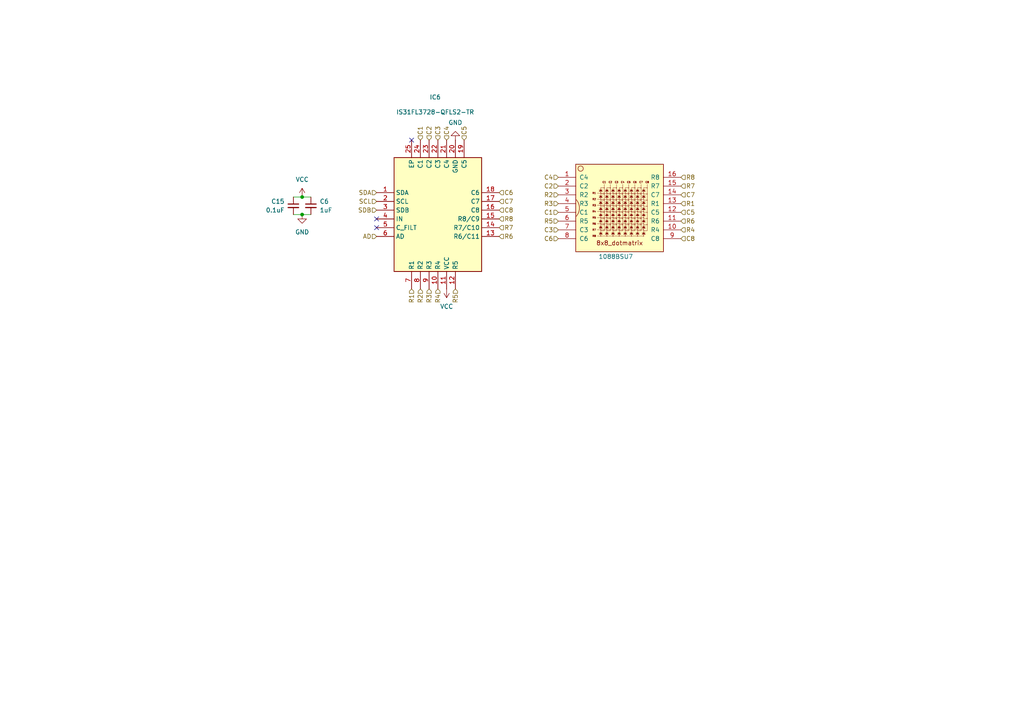
<source format=kicad_sch>
(kicad_sch (version 20250114) (generator "eeschema") (generator_version "9.0")
  (paper "A4")
  (lib_symbols
    (symbol "Device:C_Small" (pin_numbers (hide yes)) (pin_names (offset 0.254) (hide yes))
      (property "Reference" "C" (at 0.254 1.778 0))
      (property "Value" "C_Small" (at 0.254 -2.032 0))
      (symbol "C_Small_0_1"
        (polyline (pts (xy -1.524 0.508) (xy 1.524 0.508)) (stroke (width 0.3048)))
        (polyline (pts (xy -1.524 -0.508) (xy 1.524 -0.508)) (stroke (width 0.3302)))
      )
      (symbol "C_Small_1_1"
        (pin passive line (at 0 2.54 270) (length 2.032) (name "~") (number "1"))
        (pin passive line (at 0 -2.54 90) (length 2.032) (name "~") (number "2"))
      )
    )
    (symbol "IS31FL3728-QFLS2-TR:IS31FL3728-QFLS2-TR"
      (property "Reference" "IC" (at 31.75 15.24 0))
      (property "Value" "IS31FL3728-QFLS2-TR" (at 31.75 12.7 0))
      (symbol "IS31FL3728-QFLS2-TR_1_1"
        (rectangle (start 5.08 10.16) (end 30.48 -22.86) (stroke (width 0.254)) (fill (type background)))
        (pin passive line (at 0 0 0) (length 5.08) (name "SDA") (number "1"))
        (pin passive line (at 0 -2.54 0) (length 5.08) (name "SCL") (number "2"))
        (pin passive line (at 0 -5.08 0) (length 5.08) (name "SDB") (number "3"))
        (pin passive line (at 0 -7.62 0) (length 5.08) (name "IN") (number "4"))
        (pin passive line (at 0 -10.16 0) (length 5.08) (name "C_FILT") (number "5"))
        (pin passive line (at 0 -12.7 0) (length 5.08) (name "AD") (number "6"))
        (pin passive line (at 10.16 15.24 270) (length 5.08) (name "EP") (number "25"))
        (pin passive line (at 10.16 -27.94 90) (length 5.08) (name "R1") (number "7"))
        (pin passive line (at 12.7 15.24 270) (length 5.08) (name "C1") (number "24"))
        (pin passive line (at 12.7 -27.94 90) (length 5.08) (name "R2") (number "8"))
        (pin passive line (at 15.24 15.24 270) (length 5.08) (name "C2") (number "23"))
        (pin passive line (at 15.24 -27.94 90) (length 5.08) (name "R3") (number "9"))
        (pin passive line (at 17.78 15.24 270) (length 5.08) (name "C3") (number "22"))
        (pin passive line (at 17.78 -27.94 90) (length 5.08) (name "R4") (number "10"))
        (pin passive line (at 20.32 15.24 270) (length 5.08) (name "C4") (number "21"))
        (pin passive line (at 20.32 -27.94 90) (length 5.08) (name "VCC") (number "11"))
        (pin passive line (at 22.86 15.24 270) (length 5.08) (name "GND") (number "20"))
        (pin passive line (at 22.86 -27.94 90) (length 5.08) (name "R5") (number "12"))
        (pin passive line (at 25.4 15.24 270) (length 5.08) (name "C5") (number "19"))
        (pin passive line (at 35.56 0 180) (length 5.08) (name "C6") (number "18"))
        (pin passive line (at 35.56 -2.54 180) (length 5.08) (name "C7") (number "17"))
        (pin passive line (at 35.56 -5.08 180) (length 5.08) (name "C8") (number "16"))
        (pin passive line (at 35.56 -7.62 180) (length 5.08) (name "R8/C9") (number "15"))
        (pin passive line (at 35.56 -10.16 180) (length 5.08) (name "R7/C10") (number "14"))
        (pin passive line (at 35.56 -12.7 180) (length 5.08) (name "R6/C11") (number "13"))
      )
    )
    (symbol "LED_1088bs:1088BS" (pin_names (offset 1.016))
      (property "Reference" "U" (at 7.62 11.43 0))
      (property "Value" "1088BS" (at 0 11.43 0))
      (symbol "1088BS_0_0"
        (rectangle (start -12.7 12.7) (end 12.7 -12.7) (stroke (width 0.2032)) (fill (type background)))
        (text "8x8_dotmatrix" (at 0 -10.16 0) (effects (font (size 1.27 1.27))))
      )
      (symbol "1088BS_0_1"
        (arc (start -12.7 2.54) (mid -11.6479 0) (end -12.7 -2.54))
        (circle (center -11.303 11.43) (radius 0.762))
      )
      (symbol "1088BS_1_1"
        (polyline (pts (xy -6.477 -4.572) (xy 6.985 -4.572)) (stroke (width 0.0508)))
        (polyline (pts (xy -5.969 5.334) (xy -4.953 5.334)) (stroke (width 0.0508)))
        (polyline (pts (xy -5.969 4.826) (xy -5.461 5.334) (xy -4.953 4.826) (xy -5.969 4.826)) (stroke (width 0.0508)) (fill (type outline)))
        (polyline (pts (xy -5.969 3.556) (xy -4.953 3.556)) (stroke (width 0.0508)))
        (polyline (pts (xy -5.969 3.048) (xy -5.461 3.556) (xy -4.953 3.048) (xy -5.969 3.048)) (stroke (width 0.0508)) (fill (type outline)))
        (polyline (pts (xy -5.969 1.778) (xy -4.953 1.778)) (stroke (width 0.0508)))
        (polyline (pts (xy -5.969 1.27) (xy -5.461 1.778) (xy -4.953 1.27) (xy -5.969 1.27)) (stroke (width 0.0508)) (fill (type outline)))
        (polyline (pts (xy -5.969 0) (xy -4.953 0)) (stroke (width 0.0508)))
        (polyline (pts (xy -5.969 -0.508) (xy -5.461 0) (xy -4.953 -0.508) (xy -5.969 -0.508)) (stroke (width 0.0508)) (fill (type outline)))
        (polyline (pts (xy -5.969 -1.778) (xy -4.953 -1.778)) (stroke (width 0.0508)))
        (polyline (pts (xy -5.969 -2.286) (xy -5.461 -1.778) (xy -4.953 -2.286) (xy -5.969 -2.286)) (stroke (width 0.0508)) (fill (type outline)))
        (polyline (pts (xy -5.969 -3.556) (xy -4.953 -3.556)) (stroke (width 0.0508)))
        (polyline (pts (xy -5.969 -4.064) (xy -5.461 -3.556) (xy -4.953 -4.064) (xy -5.969 -4.064)) (stroke (width 0.0508)) (fill (type outline)))
        (polyline (pts (xy -5.969 -5.334) (xy -4.953 -5.334)) (stroke (width 0.0508)))
        (polyline (pts (xy -5.969 -5.842) (xy -5.461 -5.334) (xy -4.953 -5.842) (xy -5.969 -5.842)) (stroke (width 0.0508)) (fill (type outline)))
        (polyline (pts (xy -5.969 -7.112) (xy -4.953 -7.112)) (stroke (width 0.0508)))
        (polyline (pts (xy -5.969 -7.62) (xy -5.461 -7.112) (xy -4.953 -7.62) (xy -5.969 -7.62)) (stroke (width 0.0508)) (fill (type outline)))
        (polyline (pts (xy -5.461 5.842) (xy -4.445 5.842)) (stroke (width 0.0508)))
        (polyline (pts (xy -5.461 5.334) (xy -5.461 5.842)) (stroke (width 0.0508)))
        (polyline (pts (xy -5.461 4.826) (xy -5.461 4.318)) (stroke (width 0.0508)))
        (circle (center -5.461 4.318) (radius 0.0762) (stroke (width 0.0508)) (fill (type outline)))
        (polyline (pts (xy -5.461 4.064) (xy -4.445 4.064)) (stroke (width 0.0508)))
        (polyline (pts (xy -5.461 3.556) (xy -5.461 4.064)) (stroke (width 0.0508)))
        (polyline (pts (xy -5.461 3.048) (xy -5.461 2.54)) (stroke (width 0.0508)))
        (circle (center -5.461 2.54) (radius 0.0762) (stroke (width 0.0508)) (fill (type outline)))
        (polyline (pts (xy -5.461 2.286) (xy -4.445 2.286)) (stroke (width 0.0508)))
        (polyline (pts (xy -5.461 1.778) (xy -5.461 2.286)) (stroke (width 0.0508)))
        (polyline (pts (xy -5.461 1.27) (xy -5.461 0.762)) (stroke (width 0.0508)))
        (circle (center -5.461 0.762) (radius 0.0762) (stroke (width 0.0508)) (fill (type outline)))
        (polyline (pts (xy -5.461 0.508) (xy -4.445 0.508)) (stroke (width 0.0508)))
        (polyline (pts (xy -5.461 0) (xy -5.461 0.508)) (stroke (width 0.0508)))
        (polyline (pts (xy -5.461 -0.508) (xy -5.461 -1.016)) (stroke (width 0.0508)))
        (circle (center -5.461 -1.016) (radius 0.0762) (stroke (width 0.0508)) (fill (type outline)))
        (polyline (pts (xy -5.461 -1.27) (xy -4.445 -1.27)) (stroke (width 0.0508)))
        (polyline (pts (xy -5.461 -1.778) (xy -5.461 -1.27)) (stroke (width 0.0508)))
        (polyline (pts (xy -5.461 -2.286) (xy -5.461 -2.794)) (stroke (width 0.0508)))
        (circle (center -5.461 -2.794) (radius 0.0762) (stroke (width 0.0508)) (fill (type outline)))
        (polyline (pts (xy -5.461 -3.048) (xy -4.445 -3.048)) (stroke (width 0.0508)))
        (polyline (pts (xy -5.461 -3.556) (xy -5.461 -3.048)) (stroke (width 0.0508)))
        (polyline (pts (xy -5.461 -4.064) (xy -5.461 -4.572)) (stroke (width 0.0508)))
        (circle (center -5.461 -4.572) (radius 0.0762) (stroke (width 0.0508)) (fill (type outline)))
        (polyline (pts (xy -5.461 -4.826) (xy -4.445 -4.826)) (stroke (width 0.0508)))
        (polyline (pts (xy -5.461 -5.334) (xy -5.461 -4.826)) (stroke (width 0.0508)))
        (polyline (pts (xy -5.461 -5.842) (xy -5.461 -6.35)) (stroke (width 0.0508)))
        (circle (center -5.461 -6.35) (radius 0.0762) (stroke (width 0.0508)) (fill (type outline)))
        (polyline (pts (xy -5.461 -6.604) (xy -4.445 -6.604)) (stroke (width 0.0508)))
        (polyline (pts (xy -5.461 -7.112) (xy -5.461 -6.604)) (stroke (width 0.0508)))
        (polyline (pts (xy -5.461 -7.62) (xy -5.461 -8.128)) (stroke (width 0.0508)))
        (circle (center -5.461 -8.128) (radius 0.0762) (stroke (width 0.0508)) (fill (type outline)))
        (polyline (pts (xy -4.445 6.858) (xy -4.445 -6.604)) (stroke (width 0.0508)))
        (circle (center -4.445 5.842) (radius 0.0762) (stroke (width 0.0508)) (fill (type outline)))
        (circle (center -4.445 4.064) (radius 0.0762) (stroke (width 0.0508)) (fill (type outline)))
        (circle (center -4.445 2.286) (radius 0.0762) (stroke (width 0.0508)) (fill (type outline)))
        (circle (center -4.445 0.508) (radius 0.0762) (stroke (width 0.0508)) (fill (type outline)))
        (circle (center -4.445 -1.27) (radius 0.0762) (stroke (width 0.0508)) (fill (type outline)))
        (circle (center -4.445 -3.048) (radius 0.0762) (stroke (width 0.0508)) (fill (type outline)))
        (circle (center -4.445 -4.826) (radius 0.0762) (stroke (width 0.0508)) (fill (type outline)))
        (polyline (pts (xy -4.191 5.334) (xy -3.175 5.334)) (stroke (width 0.0508)))
        (polyline (pts (xy -4.191 4.826) (xy -3.683 5.334) (xy -3.175 4.826) (xy -4.191 4.826)) (stroke (width 0.0508)) (fill (type outline)))
        (polyline (pts (xy -4.191 3.556) (xy -3.175 3.556)) (stroke (width 0.0508)))
        (polyline (pts (xy -4.191 3.048) (xy -3.683 3.556) (xy -3.175 3.048) (xy -4.191 3.048)) (stroke (width 0.0508)) (fill (type outline)))
        (polyline (pts (xy -4.191 1.778) (xy -3.175 1.778)) (stroke (width 0.0508)))
        (polyline (pts (xy -4.191 1.27) (xy -3.683 1.778) (xy -3.175 1.27) (xy -4.191 1.27)) (stroke (width 0.0508)) (fill (type outline)))
        (polyline (pts (xy -4.191 0) (xy -3.175 0)) (stroke (width 0.0508)))
        (polyline (pts (xy -4.191 -0.508) (xy -3.683 0) (xy -3.175 -0.508) (xy -4.191 -0.508)) (stroke (width 0.0508)) (fill (type outline)))
        (polyline (pts (xy -4.191 -1.778) (xy -3.175 -1.778)) (stroke (width 0.0508)))
        (polyline (pts (xy -4.191 -2.286) (xy -3.683 -1.778) (xy -3.175 -2.286) (xy -4.191 -2.286)) (stroke (width 0.0508)) (fill (type outline)))
        (polyline (pts (xy -4.191 -3.556) (xy -3.175 -3.556)) (stroke (width 0.0508)))
        (polyline (pts (xy -4.191 -4.064) (xy -3.683 -3.556) (xy -3.175 -4.064) (xy -4.191 -4.064)) (stroke (width 0.0508)) (fill (type outline)))
        (polyline (pts (xy -4.191 -5.334) (xy -3.175 -5.334)) (stroke (width 0.0508)))
        (polyline (pts (xy -4.191 -5.842) (xy -3.683 -5.334) (xy -3.175 -5.842) (xy -4.191 -5.842)) (stroke (width 0.0508)) (fill (type outline)))
        (polyline (pts (xy -4.191 -7.112) (xy -3.175 -7.112)) (stroke (width 0.0508)))
        (polyline (pts (xy -4.191 -7.62) (xy -3.683 -7.112) (xy -3.175 -7.62) (xy -4.191 -7.62)) (stroke (width 0.0508)) (fill (type outline)))
        (polyline (pts (xy -3.683 5.842) (xy -2.667 5.842)) (stroke (width 0.0508)))
        (polyline (pts (xy -3.683 5.334) (xy -3.683 5.842)) (stroke (width 0.0508)))
        (polyline (pts (xy -3.683 4.826) (xy -3.683 4.318)) (stroke (width 0.0508)))
        (circle (center -3.683 4.318) (radius 0.0762) (stroke (width 0.0508)) (fill (type outline)))
        (polyline (pts (xy -3.683 4.064) (xy -2.667 4.064)) (stroke (width 0.0508)))
        (polyline (pts (xy -3.683 3.556) (xy -3.683 4.064)) (stroke (width 0.0508)))
        (polyline (pts (xy -3.683 3.048) (xy -3.683 2.54)) (stroke (width 0.0508)))
        (circle (center -3.683 2.54) (radius 0.0762) (stroke (width 0.0508)) (fill (type outline)))
        (polyline (pts (xy -3.683 2.286) (xy -2.667 2.286)) (stroke (width 0.0508)))
        (polyline (pts (xy -3.683 1.778) (xy -3.683 2.286)) (stroke (width 0.0508)))
        (polyline (pts (xy -3.683 1.27) (xy -3.683 0.762)) (stroke (width 0.0508)))
        (circle (center -3.683 0.762) (radius 0.0762) (stroke (width 0.0508)) (fill (type outline)))
        (polyline (pts (xy -3.683 0.508) (xy -2.667 0.508)) (stroke (width 0.0508)))
        (polyline (pts (xy -3.683 0) (xy -3.683 0.508)) (stroke (width 0.0508)))
        (polyline (pts (xy -3.683 -0.508) (xy -3.683 -1.016)) (stroke (width 0.0508)))
        (circle (center -3.683 -1.016) (radius 0.0762) (stroke (width 0.0508)) (fill (type outline)))
        (polyline (pts (xy -3.683 -1.27) (xy -2.667 -1.27)) (stroke (width 0.0508)))
        (polyline (pts (xy -3.683 -1.778) (xy -3.683 -1.27)) (stroke (width 0.0508)))
        (polyline (pts (xy -3.683 -2.286) (xy -3.683 -2.794)) (stroke (width 0.0508)))
        (circle (center -3.683 -2.794) (radius 0.0762) (stroke (width 0.0508)) (fill (type outline)))
        (polyline (pts (xy -3.683 -3.048) (xy -2.667 -3.048)) (stroke (width 0.0508)))
        (polyline (pts (xy -3.683 -3.556) (xy -3.683 -3.048)) (stroke (width 0.0508)))
        (polyline (pts (xy -3.683 -4.064) (xy -3.683 -4.572)) (stroke (width 0.0508)))
        (circle (center -3.683 -4.572) (radius 0.0762) (stroke (width 0.0508)) (fill (type outline)))
        (polyline (pts (xy -3.683 -4.826) (xy -2.667 -4.826)) (stroke (width 0.0508)))
        (polyline (pts (xy -3.683 -5.334) (xy -3.683 -4.826)) (stroke (width 0.0508)))
        (polyline (pts (xy -3.683 -5.842) (xy -3.683 -6.35)) (stroke (width 0.0508)))
        (circle (center -3.683 -6.35) (radius 0.0762) (stroke (width 0.0508)) (fill (type outline)))
        (polyline (pts (xy -3.683 -6.604) (xy -2.667 -6.604)) (stroke (width 0.0508)))
        (polyline (pts (xy -3.683 -7.112) (xy -3.683 -6.604)) (stroke (width 0.0508)))
        (polyline (pts (xy -3.683 -7.62) (xy -3.683 -8.128)) (stroke (width 0.0508)))
        (circle (center -3.683 -8.128) (radius 0.0762) (stroke (width 0.0508)) (fill (type outline)))
        (polyline (pts (xy -2.667 6.858) (xy -2.667 -6.604)) (stroke (width 0.0508)))
        (circle (center -2.667 5.842) (radius 0.0762) (stroke (width 0.0508)) (fill (type outline)))
        (circle (center -2.667 4.064) (radius 0.0762) (stroke (width 0.0508)) (fill (type outline)))
        (circle (center -2.667 2.286) (radius 0.0762) (stroke (width 0.0508)) (fill (type outline)))
        (circle (center -2.667 0.508) (radius 0.0762) (stroke (width 0.0508)) (fill (type outline)))
        (circle (center -2.667 -1.27) (radius 0.0762) (stroke (width 0.0508)) (fill (type outline)))
        (circle (center -2.667 -3.048) (radius 0.0762) (stroke (width 0.0508)) (fill (type outline)))
        (circle (center -2.667 -4.826) (radius 0.0762) (stroke (width 0.0508)) (fill (type outline)))
        (polyline (pts (xy -2.413 5.334) (xy -1.397 5.334)) (stroke (width 0.0508)))
        (polyline (pts (xy -2.413 4.826) (xy -1.905 5.334) (xy -1.397 4.826) (xy -2.413 4.826)) (stroke (width 0.0508)) (fill (type outline)))
        (polyline (pts (xy -2.413 3.556) (xy -1.397 3.556)) (stroke (width 0.0508)))
        (polyline (pts (xy -2.413 3.048) (xy -1.905 3.556) (xy -1.397 3.048) (xy -2.413 3.048)) (stroke (width 0.0508)) (fill (type outline)))
        (polyline (pts (xy -2.413 1.778) (xy -1.397 1.778)) (stroke (width 0.0508)))
        (polyline (pts (xy -2.413 1.27) (xy -1.905 1.778) (xy -1.397 1.27) (xy -2.413 1.27)) (stroke (width 0.0508)) (fill (type outline)))
        (polyline (pts (xy -2.413 0) (xy -1.397 0)) (stroke (width 0.0508)))
        (polyline (pts (xy -2.413 -0.508) (xy -1.905 0) (xy -1.397 -0.508) (xy -2.413 -0.508)) (stroke (width 0.0508)) (fill (type outline)))
        (polyline (pts (xy -2.413 -1.778) (xy -1.397 -1.778)) (stroke (width 0.0508)))
        (polyline (pts (xy -2.413 -2.286) (xy -1.905 -1.778) (xy -1.397 -2.286) (xy -2.413 -2.286)) (stroke (width 0.0508)) (fill (type outline)))
        (polyline (pts (xy -2.413 -3.556) (xy -1.397 -3.556)) (stroke (width 0.0508)))
        (polyline (pts (xy -2.413 -4.064) (xy -1.905 -3.556) (xy -1.397 -4.064) (xy -2.413 -4.064)) (stroke (width 0.0508)) (fill (type outline)))
        (polyline (pts (xy -2.413 -5.334) (xy -1.397 -5.334)) (stroke (width 0.0508)))
        (polyline (pts (xy -2.413 -5.842) (xy -1.905 -5.334) (xy -1.397 -5.842) (xy -2.413 -5.842)) (stroke (width 0.0508)) (fill (type outline)))
        (polyline (pts (xy -2.413 -7.112) (xy -1.397 -7.112)) (stroke (width 0.0508)))
        (polyline (pts (xy -2.413 -7.62) (xy -1.905 -7.112) (xy -1.397 -7.62) (xy -2.413 -7.62)) (stroke (width 0.0508)) (fill (type outline)))
        (polyline (pts (xy -1.905 5.842) (xy -0.889 5.842)) (stroke (width 0.0508)))
        (polyline (pts (xy -1.905 5.334) (xy -1.905 5.842)) (stroke (width 0.0508)))
        (polyline (pts (xy -1.905 4.826) (xy -1.905 4.318)) (stroke (width 0.0508)))
        (circle (center -1.905 4.318) (radius 0.0762) (stroke (width 0.0508)) (fill (type outline)))
        (polyline (pts (xy -1.905 4.064) (xy -0.889 4.064)) (stroke (width 0.0508)))
        (polyline (pts (xy -1.905 3.556) (xy -1.905 4.064)) (stroke (width 0.0508)))
        (polyline (pts (xy -1.905 3.048) (xy -1.905 2.54)) (stroke (width 0.0508)))
        (circle (center -1.905 2.54) (radius 0.0762) (stroke (width 0.0508)) (fill (type outline)))
        (polyline (pts (xy -1.905 2.286) (xy -0.889 2.286)) (stroke (width 0.0508)))
        (polyline (pts (xy -1.905 1.778) (xy -1.905 2.286)) (stroke (width 0.0508)))
        (polyline (pts (xy -1.905 1.27) (xy -1.905 0.762)) (stroke (width 0.0508)))
        (circle (center -1.905 0.762) (radius 0.0762) (stroke (width 0.0508)) (fill (type outline)))
        (polyline (pts (xy -1.905 0.508) (xy -0.889 0.508)) (stroke (width 0.0508)))
        (polyline (pts (xy -1.905 0) (xy -1.905 0.508)) (stroke (width 0.0508)))
        (polyline (pts (xy -1.905 -0.508) (xy -1.905 -1.016)) (stroke (width 0.0508)))
        (circle (center -1.905 -1.016) (radius 0.0762) (stroke (width 0.0508)) (fill (type outline)))
        (polyline (pts (xy -1.905 -1.27) (xy -0.889 -1.27)) (stroke (width 0.0508)))
        (polyline (pts (xy -1.905 -1.778) (xy -1.905 -1.27)) (stroke (width 0.0508)))
        (polyline (pts (xy -1.905 -2.286) (xy -1.905 -2.794)) (stroke (width 0.0508)))
        (circle (center -1.905 -2.794) (radius 0.0762) (stroke (width 0.0508)) (fill (type outline)))
        (polyline (pts (xy -1.905 -3.048) (xy -0.889 -3.048)) (stroke (width 0.0508)))
        (polyline (pts (xy -1.905 -3.556) (xy -1.905 -3.048)) (stroke (width 0.0508)))
        (polyline (pts (xy -1.905 -4.064) (xy -1.905 -4.572)) (stroke (width 0.0508)))
        (circle (center -1.905 -4.572) (radius 0.0762) (stroke (width 0.0508)) (fill (type outline)))
        (polyline (pts (xy -1.905 -4.826) (xy -0.889 -4.826)) (stroke (width 0.0508)))
        (polyline (pts (xy -1.905 -5.334) (xy -1.905 -4.826)) (stroke (width 0.0508)))
        (polyline (pts (xy -1.905 -5.842) (xy -1.905 -6.35)) (stroke (width 0.0508)))
        (circle (center -1.905 -6.35) (radius 0.0762) (stroke (width 0.0508)) (fill (type outline)))
        (polyline (pts (xy -1.905 -6.604) (xy -0.889 -6.604)) (stroke (width 0.0508)))
        (polyline (pts (xy -1.905 -7.112) (xy -1.905 -6.604)) (stroke (width 0.0508)))
        (polyline (pts (xy -1.905 -7.62) (xy -1.905 -8.128)) (stroke (width 0.0508)))
        (circle (center -1.905 -8.128) (radius 0.0762) (stroke (width 0.0508)) (fill (type outline)))
        (polyline (pts (xy -0.889 6.858) (xy -0.889 -6.604)) (stroke (width 0.0508)))
        (circle (center -0.889 5.842) (radius 0.0762) (stroke (width 0.0508)) (fill (type outline)))
        (circle (center -0.889 4.064) (radius 0.0762) (stroke (width 0.0508)) (fill (type outline)))
        (circle (center -0.889 2.286) (radius 0.0762) (stroke (width 0.0508)) (fill (type outline)))
        (circle (center -0.889 0.508) (radius 0.0762) (stroke (width 0.0508)) (fill (type outline)))
        (circle (center -0.889 -1.27) (radius 0.0762) (stroke (width 0.0508)) (fill (type outline)))
        (circle (center -0.889 -3.048) (radius 0.0762) (stroke (width 0.0508)) (fill (type outline)))
        (circle (center -0.889 -4.826) (radius 0.0762) (stroke (width 0.0508)) (fill (type outline)))
        (polyline (pts (xy -0.635 5.334) (xy 0.381 5.334)) (stroke (width 0.0508)))
        (polyline (pts (xy -0.635 4.826) (xy -0.127 5.334) (xy 0.381 4.826) (xy -0.635 4.826)) (stroke (width 0.0508)) (fill (type outline)))
        (polyline (pts (xy -0.635 3.556) (xy 0.381 3.556)) (stroke (width 0.0508)))
        (polyline (pts (xy -0.635 3.048) (xy -0.127 3.556) (xy 0.381 3.048) (xy -0.635 3.048)) (stroke (width 0.0508)) (fill (type outline)))
        (polyline (pts (xy -0.635 1.778) (xy 0.381 1.778)) (stroke (width 0.0508)))
        (polyline (pts (xy -0.635 1.27) (xy -0.127 1.778) (xy 0.381 1.27) (xy -0.635 1.27)) (stroke (width 0.0508)) (fill (type outline)))
        (polyline (pts (xy -0.635 0) (xy 0.381 0)) (stroke (width 0.0508)))
        (polyline (pts (xy -0.635 -0.508) (xy -0.127 0) (xy 0.381 -0.508) (xy -0.635 -0.508)) (stroke (width 0.0508)) (fill (type outline)))
        (polyline (pts (xy -0.635 -1.778) (xy 0.381 -1.778)) (stroke (width 0.0508)))
        (polyline (pts (xy -0.635 -2.286) (xy -0.127 -1.778) (xy 0.381 -2.286) (xy -0.635 -2.286)) (stroke (width 0.0508)) (fill (type outline)))
        (polyline (pts (xy -0.635 -3.556) (xy 0.381 -3.556)) (stroke (width 0.0508)))
        (polyline (pts (xy -0.635 -4.064) (xy -0.127 -3.556) (xy 0.381 -4.064) (xy -0.635 -4.064)) (stroke (width 0.0508)) (fill (type outline)))
        (polyline (pts (xy -0.635 -5.334) (xy 0.381 -5.334)) (stroke (width 0.0508)))
        (polyline (pts (xy -0.635 -5.842) (xy -0.127 -5.334) (xy 0.381 -5.842) (xy -0.635 -5.842)) (stroke (width 0.0508)) (fill (type outline)))
        (polyline (pts (xy -0.635 -7.112) (xy 0.381 -7.112)) (stroke (width 0.0508)))
        (polyline (pts (xy -0.635 -7.62) (xy -0.127 -7.112) (xy 0.381 -7.62) (xy -0.635 -7.62)) (stroke (width 0.0508)) (fill (type outline)))
        (polyline (pts (xy -0.127 5.842) (xy 0.889 5.842)) (stroke (width 0.0508)))
        (polyline (pts (xy -0.127 5.334) (xy -0.127 5.842)) (stroke (width 0.0508)))
        (polyline (pts (xy -0.127 4.826) (xy -0.127 4.318)) (stroke (width 0.0508)))
        (circle (center -0.127 4.318) (radius 0.0762) (stroke (width 0.0508)) (fill (type outline)))
        (polyline (pts (xy -0.127 4.064) (xy 0.889 4.064)) (stroke (width 0.0508)))
        (polyline (pts (xy -0.127 3.556) (xy -0.127 4.064)) (stroke (width 0.0508)))
        (polyline (pts (xy -0.127 3.048) (xy -0.127 2.54)) (stroke (width 0.0508)))
        (circle (center -0.127 2.54) (radius 0.0762) (stroke (width 0.0508)) (fill (type outline)))
        (polyline (pts (xy -0.127 2.286) (xy 0.889 2.286)) (stroke (width 0.0508)))
        (polyline (pts (xy -0.127 1.778) (xy -0.127 2.286)) (stroke (width 0.0508)))
        (polyline (pts (xy -0.127 1.27) (xy -0.127 0.762)) (stroke (width 0.0508)))
        (circle (center -0.127 0.762) (radius 0.0762) (stroke (width 0.0508)) (fill (type outline)))
        (polyline (pts (xy -0.127 0.508) (xy 0.889 0.508)) (stroke (width 0.0508)))
        (polyline (pts (xy -0.127 0) (xy -0.127 0.508)) (stroke (width 0.0508)))
        (polyline (pts (xy -0.127 -0.508) (xy -0.127 -1.016)) (stroke (width 0.0508)))
        (circle (center -0.127 -1.016) (radius 0.0762) (stroke (width 0.0508)) (fill (type outline)))
        (polyline (pts (xy -0.127 -1.27) (xy 0.889 -1.27)) (stroke (width 0.0508)))
        (polyline (pts (xy -0.127 -1.778) (xy -0.127 -1.27)) (stroke (width 0.0508)))
        (polyline (pts (xy -0.127 -2.286) (xy -0.127 -2.794)) (stroke (width 0.0508)))
        (circle (center -0.127 -2.794) (radius 0.0762) (stroke (width 0.0508)) (fill (type outline)))
        (polyline (pts (xy -0.127 -3.048) (xy 0.889 -3.048)) (stroke (width 0.0508)))
        (polyline (pts (xy -0.127 -3.556) (xy -0.127 -3.048)) (stroke (width 0.0508)))
        (polyline (pts (xy -0.127 -4.064) (xy -0.127 -4.572)) (stroke (width 0.0508)))
        (circle (center -0.127 -4.572) (radius 0.0762) (stroke (width 0.0508)) (fill (type outline)))
        (polyline (pts (xy -0.127 -4.826) (xy 0.889 -4.826)) (stroke (width 0.0508)))
        (polyline (pts (xy -0.127 -5.334) (xy -0.127 -4.826)) (stroke (width 0.0508)))
        (polyline (pts (xy -0.127 -5.842) (xy -0.127 -6.35)) (stroke (width 0.0508)))
        (circle (center -0.127 -6.35) (radius 0.0762) (stroke (width 0.0508)) (fill (type outline)))
        (polyline (pts (xy -0.127 -6.604) (xy 0.889 -6.604)) (stroke (width 0.0508)))
        (polyline (pts (xy -0.127 -7.112) (xy -0.127 -6.604)) (stroke (width 0.0508)))
        (polyline (pts (xy -0.127 -7.62) (xy -0.127 -8.128)) (stroke (width 0.0508)))
        (circle (center -0.127 -8.128) (radius 0.0762) (stroke (width 0.0508)) (fill (type outline)))
        (polyline (pts (xy 0.889 6.858) (xy 0.889 -6.604)) (stroke (width 0.0508)))
        (circle (center 0.889 5.842) (radius 0.0762) (stroke (width 0.0508)) (fill (type outline)))
        (circle (center 0.889 4.064) (radius 0.0762) (stroke (width 0.0508)) (fill (type outline)))
        (circle (center 0.889 2.286) (radius 0.0762) (stroke (width 0.0508)) (fill (type outline)))
        (circle (center 0.889 0.508) (radius 0.0762) (stroke (width 0.0508)) (fill (type outline)))
        (circle (center 0.889 -1.27) (radius 0.0762) (stroke (width 0.0508)) (fill (type outline)))
        (circle (center 0.889 -3.048) (radius 0.0762) (stroke (width 0.0508)) (fill (type outline)))
        (circle (center 0.889 -4.826) (radius 0.0762) (stroke (width 0.0508)) (fill (type outline)))
        (polyline (pts (xy 1.143 5.334) (xy 2.159 5.334)) (stroke (width 0.0508)))
        (polyline (pts (xy 1.143 4.826) (xy 1.651 5.334) (xy 2.159 4.826) (xy 1.143 4.826)) (stroke (width 0.0508)) (fill (type outline)))
        (polyline (pts (xy 1.143 3.556) (xy 2.159 3.556)) (stroke (width 0.0508)))
        (polyline (pts (xy 1.143 3.048) (xy 1.651 3.556) (xy 2.159 3.048) (xy 1.143 3.048)) (stroke (width 0.0508)) (fill (type outline)))
        (polyline (pts (xy 1.143 1.778) (xy 2.159 1.778)) (stroke (width 0.0508)))
        (polyline (pts (xy 1.143 1.27) (xy 1.651 1.778) (xy 2.159 1.27) (xy 1.143 1.27)) (stroke (width 0.0508)) (fill (type outline)))
        (polyline (pts (xy 1.143 0) (xy 2.159 0)) (stroke (width 0.0508)))
        (polyline (pts (xy 1.143 -0.508) (xy 1.651 0) (xy 2.159 -0.508) (xy 1.143 -0.508)) (stroke (width 0.0508)) (fill (type outline)))
        (polyline (pts (xy 1.143 -1.778) (xy 2.159 -1.778)) (stroke (width 0.0508)))
        (polyline (pts (xy 1.143 -2.286) (xy 1.651 -1.778) (xy 2.159 -2.286) (xy 1.143 -2.286)) (stroke (width 0.0508)) (fill (type outline)))
        (polyline (pts (xy 1.143 -3.556) (xy 2.159 -3.556)) (stroke (width 0.0508)))
        (polyline (pts (xy 1.143 -4.064) (xy 1.651 -3.556) (xy 2.159 -4.064) (xy 1.143 -4.064)) (stroke (width 0.0508)) (fill (type outline)))
        (polyline (pts (xy 1.143 -5.334) (xy 2.159 -5.334)) (stroke (width 0.0508)))
        (polyline (pts (xy 1.143 -5.842) (xy 1.651 -5.334) (xy 2.159 -5.842) (xy 1.143 -5.842)) (stroke (width 0.0508)) (fill (type outline)))
        (polyline (pts (xy 1.143 -7.112) (xy 2.159 -7.112)) (stroke (width 0.0508)))
        (polyline (pts (xy 1.143 -7.62) (xy 1.651 -7.112) (xy 2.159 -7.62) (xy 1.143 -7.62)) (stroke (width 0.0508)) (fill (type outline)))
        (polyline (pts (xy 1.651 5.842) (xy 2.667 5.842)) (stroke (width 0.0508)))
        (polyline (pts (xy 1.651 5.334) (xy 1.651 5.842)) (stroke (width 0.0508)))
        (polyline (pts (xy 1.651 4.826) (xy 1.651 4.318)) (stroke (width 0.0508)))
        (circle (center 1.651 4.318) (radius 0.0762) (stroke (width 0.0508)) (fill (type outline)))
        (polyline (pts (xy 1.651 4.064) (xy 2.667 4.064)) (stroke (width 0.0508)))
        (polyline (pts (xy 1.651 3.556) (xy 1.651 4.064)) (stroke (width 0.0508)))
        (polyline (pts (xy 1.651 3.048) (xy 1.651 2.54)) (stroke (width 0.0508)))
        (circle (center 1.651 2.54) (radius 0.0762) (stroke (width 0.0508)) (fill (type outline)))
        (polyline (pts (xy 1.651 2.286) (xy 2.667 2.286)) (stroke (width 0.0508)))
        (polyline (pts (xy 1.651 1.778) (xy 1.651 2.286)) (stroke (width 0.0508)))
        (polyline (pts (xy 1.651 1.27) (xy 1.651 0.762)) (stroke (width 0.0508)))
        (circle (center 1.651 0.762) (radius 0.0762) (stroke (width 0.0508)) (fill (type outline)))
        (polyline (pts (xy 1.651 0.508) (xy 2.667 0.508)) (stroke (width 0.0508)))
        (polyline (pts (xy 1.651 0) (xy 1.651 0.508)) (stroke (width 0.0508)))
        (polyline (pts (xy 1.651 -0.508) (xy 1.651 -1.016)) (stroke (width 0.0508)))
        (circle (center 1.651 -1.016) (radius 0.0762) (stroke (width 0.0508)) (fill (type outline)))
        (polyline (pts (xy 1.651 -1.27) (xy 2.667 -1.27)) (stroke (width 0.0508)))
        (polyline (pts (xy 1.651 -1.778) (xy 1.651 -1.27)) (stroke (width 0.0508)))
        (polyline (pts (xy 1.651 -2.286) (xy 1.651 -2.794)) (stroke (width 0.0508)))
        (circle (center 1.651 -2.794) (radius 0.0762) (stroke (width 0.0508)) (fill (type outline)))
        (polyline (pts (xy 1.651 -3.048) (xy 2.667 -3.048)) (stroke (width 0.0508)))
        (polyline (pts (xy 1.651 -3.556) (xy 1.651 -3.048)) (stroke (width 0.0508)))
        (polyline (pts (xy 1.651 -4.064) (xy 1.651 -4.572)) (stroke (width 0.0508)))
        (circle (center 1.651 -4.572) (radius 0.0762) (stroke (width 0.0508)) (fill (type outline)))
        (polyline (pts (xy 1.651 -4.826) (xy 2.667 -4.826)) (stroke (width 0.0508)))
        (polyline (pts (xy 1.651 -5.334) (xy 1.651 -4.826)) (stroke (width 0.0508)))
        (polyline (pts (xy 1.651 -5.842) (xy 1.651 -6.35)) (stroke (width 0.0508)))
        (circle (center 1.651 -6.35) (radius 0.0762) (stroke (width 0.0508)) (fill (type outline)))
        (polyline (pts (xy 1.651 -6.604) (xy 2.667 -6.604)) (stroke (width 0.0508)))
        (polyline (pts (xy 1.651 -7.112) (xy 1.651 -6.604)) (stroke (width 0.0508)))
        (polyline (pts (xy 1.651 -7.62) (xy 1.651 -8.128)) (stroke (width 0.0508)))
        (circle (center 1.651 -8.128) (radius 0.0762) (stroke (width 0.0508)) (fill (type outline)))
        (polyline (pts (xy 2.667 6.858) (xy 2.667 -6.604)) (stroke (width 0.0508)))
        (circle (center 2.667 5.842) (radius 0.0762) (stroke (width 0.0508)) (fill (type outline)))
        (circle (center 2.667 4.064) (radius 0.0762) (stroke (width 0.0508)) (fill (type outline)))
        (circle (center 2.667 2.286) (radius 0.0762) (stroke (width 0.0508)) (fill (type outline)))
        (circle (center 2.667 0.508) (radius 0.0762) (stroke (width 0.0508)) (fill (type outline)))
        (circle (center 2.667 -1.27) (radius 0.0762) (stroke (width 0.0508)) (fill (type outline)))
        (circle (center 2.667 -3.048) (radius 0.0762) (stroke (width 0.0508)) (fill (type outline)))
        (circle (center 2.667 -4.826) (radius 0.0762) (stroke (width 0.0508)) (fill (type outline)))
        (polyline (pts (xy 2.921 5.334) (xy 3.937 5.334)) (stroke (width 0.0508)))
        (polyline (pts (xy 2.921 4.826) (xy 3.429 5.334) (xy 3.937 4.826) (xy 2.921 4.826)) (stroke (width 0.0508)) (fill (type outline)))
        (polyline (pts (xy 2.921 3.556) (xy 3.937 3.556)) (stroke (width 0.0508)))
        (polyline (pts (xy 2.921 3.048) (xy 3.429 3.556) (xy 3.937 3.048) (xy 2.921 3.048)) (stroke (width 0.0508)) (fill (type outline)))
        (polyline (pts (xy 2.921 1.778) (xy 3.937 1.778)) (stroke (width 0.0508)))
        (polyline (pts (xy 2.921 1.27) (xy 3.429 1.778) (xy 3.937 1.27) (xy 2.921 1.27)) (stroke (width 0.0508)) (fill (type outline)))
        (polyline (pts (xy 2.921 0) (xy 3.937 0)) (stroke (width 0.0508)))
        (polyline (pts (xy 2.921 -0.508) (xy 3.429 0) (xy 3.937 -0.508) (xy 2.921 -0.508)) (stroke (width 0.0508)) (fill (type outline)))
        (polyline (pts (xy 2.921 -1.778) (xy 3.937 -1.778)) (stroke (width 0.0508)))
        (polyline (pts (xy 2.921 -2.286) (xy 3.429 -1.778) (xy 3.937 -2.286) (xy 2.921 -2.286)) (stroke (width 0.0508)) (fill (type outline)))
        (polyline (pts (xy 2.921 -3.556) (xy 3.937 -3.556)) (stroke (width 0.0508)))
        (polyline (pts (xy 2.921 -4.064) (xy 3.429 -3.556) (xy 3.937 -4.064) (xy 2.921 -4.064)) (stroke (width 0.0508)) (fill (type outline)))
        (polyline (pts (xy 2.921 -5.334) (xy 3.937 -5.334)) (stroke (width 0.0508)))
        (polyline (pts (xy 2.921 -5.842) (xy 3.429 -5.334) (xy 3.937 -5.842) (xy 2.921 -5.842)) (stroke (width 0.0508)) (fill (type outline)))
        (polyline (pts (xy 2.921 -7.112) (xy 3.937 -7.112)) (stroke (width 0.0508)))
        (polyline (pts (xy 2.921 -7.62) (xy 3.429 -7.112) (xy 3.937 -7.62) (xy 2.921 -7.62)) (stroke (width 0.0508)) (fill (type outline)))
        (polyline (pts (xy 3.429 5.842) (xy 4.445 5.842)) (stroke (width 0.0508)))
        (polyline (pts (xy 3.429 5.334) (xy 3.429 5.842)) (stroke (width 0.0508)))
        (polyline (pts (xy 3.429 4.826) (xy 3.429 4.318)) (stroke (width 0.0508)))
        (circle (center 3.429 4.318) (radius 0.0762) (stroke (width 0.0508)) (fill (type outline)))
        (polyline (pts (xy 3.429 4.064) (xy 4.445 4.064)) (stroke (width 0.0508)))
        (polyline (pts (xy 3.429 3.556) (xy 3.429 4.064)) (stroke (width 0.0508)))
        (polyline (pts (xy 3.429 3.048) (xy 3.429 2.54)) (stroke (width 0.0508)))
        (circle (center 3.429 2.54) (radius 0.0762) (stroke (width 0.0508)) (fill (type outline)))
        (polyline (pts (xy 3.429 2.286) (xy 4.445 2.286)) (stroke (width 0.0508)))
        (polyline (pts (xy 3.429 1.778) (xy 3.429 2.286)) (stroke (width 0.0508)))
        (polyline (pts (xy 3.429 1.27) (xy 3.429 0.762)) (stroke (width 0.0508)))
        (circle (center 3.429 0.762) (radius 0.0762) (stroke (width 0.0508)) (fill (type outline)))
        (polyline (pts (xy 3.429 0.508) (xy 4.445 0.508)) (stroke (width 0.0508)))
        (polyline (pts (xy 3.429 0) (xy 3.429 0.508)) (stroke (width 0.0508)))
        (polyline (pts (xy 3.429 -0.508) (xy 3.429 -1.016)) (stroke (width 0.0508)))
        (circle (center 3.429 -1.016) (radius 0.0762) (stroke (width 0.0508)) (fill (type outline)))
        (polyline (pts (xy 3.429 -1.27) (xy 4.445 -1.27)) (stroke (width 0.0508)))
        (polyline (pts (xy 3.429 -1.778) (xy 3.429 -1.27)) (stroke (width 0.0508)))
        (polyline (pts (xy 3.429 -2.286) (xy 3.429 -2.794)) (stroke (width 0.0508)))
        (circle (center 3.429 -2.794) (radius 0.0762) (stroke (width 0.0508)) (fill (type outline)))
        (polyline (pts (xy 3.429 -3.048) (xy 4.445 -3.048)) (stroke (width 0.0508)))
        (polyline (pts (xy 3.429 -3.556) (xy 3.429 -3.048)) (stroke (width 0.0508)))
        (polyline (pts (xy 3.429 -4.064) (xy 3.429 -4.572)) (stroke (width 0.0508)))
        (circle (center 3.429 -4.572) (radius 0.0762) (stroke (width 0.0508)) (fill (type outline)))
        (polyline (pts (xy 3.429 -4.826) (xy 4.445 -4.826)) (stroke (width 0.0508)))
        (polyline (pts (xy 3.429 -5.334) (xy 3.429 -4.826)) (stroke (width 0.0508)))
        (polyline (pts (xy 3.429 -5.842) (xy 3.429 -6.35)) (stroke (width 0.0508)))
        (circle (center 3.429 -6.35) (radius 0.0762) (stroke (width 0.0508)) (fill (type outline)))
        (polyline (pts (xy 3.429 -6.604) (xy 4.445 -6.604)) (stroke (width 0.0508)))
        (polyline (pts (xy 3.429 -7.112) (xy 3.429 -6.604)) (stroke (width 0.0508)))
        (polyline (pts (xy 3.429 -7.62) (xy 3.429 -8.128)) (stroke (width 0.0508)))
        (circle (center 3.429 -8.128) (radius 0.0762) (stroke (width 0.0508)) (fill (type outline)))
        (polyline (pts (xy 4.445 6.858) (xy 4.445 -6.604)) (stroke (width 0.0508)))
        (circle (center 4.445 5.842) (radius 0.0762) (stroke (width 0.0508)) (fill (type outline)))
        (circle (center 4.445 4.064) (radius 0.0762) (stroke (width 0.0508)) (fill (type outline)))
        (circle (center 4.445 2.286) (radius 0.0762) (stroke (width 0.0508)) (fill (type outline)))
        (circle (center 4.445 0.508) (radius 0.0762) (stroke (width 0.0508)) (fill (type outline)))
        (circle (center 4.445 -1.27) (radius 0.0762) (stroke (width 0.0508)) (fill (type outline)))
        (circle (center 4.445 -3.048) (radius 0.0762) (stroke (width 0.0508)) (fill (type outline)))
        (circle (center 4.445 -4.826) (radius 0.0762) (stroke (width 0.0508)) (fill (type outline)))
        (polyline (pts (xy 4.699 5.334) (xy 5.715 5.334)) (stroke (width 0.0508)))
        (polyline (pts (xy 4.699 4.826) (xy 5.207 5.334) (xy 5.715 4.826) (xy 4.699 4.826)) (stroke (width 0.0508)) (fill (type outline)))
        (polyline (pts (xy 4.699 3.556) (xy 5.715 3.556)) (stroke (width 0.0508)))
        (polyline (pts (xy 4.699 3.048) (xy 5.207 3.556) (xy 5.715 3.048) (xy 4.699 3.048)) (stroke (width 0.0508)) (fill (type outline)))
        (polyline (pts (xy 4.699 1.778) (xy 5.715 1.778)) (stroke (width 0.0508)))
        (polyline (pts (xy 4.699 1.27) (xy 5.207 1.778) (xy 5.715 1.27) (xy 4.699 1.27)) (stroke (width 0.0508)) (fill (type outline)))
        (polyline (pts (xy 4.699 0) (xy 5.715 0)) (stroke (width 0.0508)))
        (polyline (pts (xy 4.699 -0.508) (xy 5.207 0) (xy 5.715 -0.508) (xy 4.699 -0.508)) (stroke (width 0.0508)) (fill (type outline)))
        (polyline (pts (xy 4.699 -1.778) (xy 5.715 -1.778)) (stroke (width 0.0508)))
        (polyline (pts (xy 4.699 -2.286) (xy 5.207 -1.778) (xy 5.715 -2.286) (xy 4.699 -2.286)) (stroke (width 0.0508)) (fill (type outline)))
        (polyline (pts (xy 4.699 -3.556) (xy 5.715 -3.556)) (stroke (width 0.0508)))
        (polyline (pts (xy 4.699 -4.064) (xy 5.207 -3.556) (xy 5.715 -4.064) (xy 4.699 -4.064)) (stroke (width 0.0508)) (fill (type outline)))
        (polyline (pts (xy 4.699 -5.334) (xy 5.715 -5.334)) (stroke (width 0.0508)))
        (polyline (pts (xy 4.699 -5.842) (xy 5.207 -5.334) (xy 5.715 -5.842) (xy 4.699 -5.842)) (stroke (width 0.0508)) (fill (type outline)))
        (polyline (pts (xy 4.699 -7.112) (xy 5.715 -7.112)) (stroke (width 0.0508)))
        (polyline (pts (xy 4.699 -7.62) (xy 5.207 -7.112) (xy 5.715 -7.62) (xy 4.699 -7.62)) (stroke (width 0.0508)) (fill (type outline)))
        (polyline (pts (xy 5.207 5.842) (xy 6.223 5.842)) (stroke (width 0.0508)))
        (polyline (pts (xy 5.207 5.334) (xy 5.207 5.842)) (stroke (width 0.0508)))
        (polyline (pts (xy 5.207 4.826) (xy 5.207 4.318)) (stroke (width 0.0508)))
        (circle (center 5.207 4.318) (radius 0.0762) (stroke (width 0.0508)) (fill (type outline)))
        (polyline (pts (xy 5.207 4.064) (xy 6.223 4.064)) (stroke (width 0.0508)))
        (polyline (pts (xy 5.207 3.556) (xy 5.207 4.064)) (stroke (width 0.0508)))
        (polyline (pts (xy 5.207 3.048) (xy 5.207 2.54)) (stroke (width 0.0508)))
        (circle (center 5.207 2.54) (radius 0.0762) (stroke (width 0.0508)) (fill (type outline)))
        (polyline (pts (xy 5.207 2.286) (xy 6.223 2.286)) (stroke (width 0.0508)))
        (polyline (pts (xy 5.207 1.778) (xy 5.207 2.286)) (stroke (width 0.0508)))
        (polyline (pts (xy 5.207 1.27) (xy 5.207 0.762)) (stroke (width 0.0508)))
        (circle (center 5.207 0.762) (radius 0.0762) (stroke (width 0.0508)) (fill (type outline)))
        (polyline (pts (xy 5.207 0.508) (xy 6.223 0.508)) (stroke (width 0.0508)))
        (polyline (pts (xy 5.207 0) (xy 5.207 0.508)) (stroke (width 0.0508)))
        (polyline (pts (xy 5.207 -0.508) (xy 5.207 -1.016)) (stroke (width 0.0508)))
        (circle (center 5.207 -1.016) (radius 0.0762) (stroke (width 0.0508)) (fill (type outline)))
        (polyline (pts (xy 5.207 -1.27) (xy 6.223 -1.27)) (stroke (width 0.0508)))
        (polyline (pts (xy 5.207 -1.778) (xy 5.207 -1.27)) (stroke (width 0.0508)))
        (polyline (pts (xy 5.207 -2.286) (xy 5.207 -2.794)) (stroke (width 0.0508)))
        (circle (center 5.207 -2.794) (radius 0.0762) (stroke (width 0.0508)) (fill (type outline)))
        (polyline (pts (xy 5.207 -3.048) (xy 6.223 -3.048)) (stroke (width 0.0508)))
        (polyline (pts (xy 5.207 -3.556) (xy 5.207 -3.048)) (stroke (width 0.0508)))
        (polyline (pts (xy 5.207 -4.064) (xy 5.207 -4.572)) (stroke (width 0.0508)))
        (circle (center 5.207 -4.572) (radius 0.0762) (stroke (width 0.0508)) (fill (type outline)))
        (polyline (pts (xy 5.207 -4.826) (xy 6.223 -4.826)) (stroke (width 0.0508)))
        (polyline (pts (xy 5.207 -5.334) (xy 5.207 -4.826)) (stroke (width 0.0508)))
        (polyline (pts (xy 5.207 -5.842) (xy 5.207 -6.35)) (stroke (width 0.0508)))
        (circle (center 5.207 -6.35) (radius 0.0762) (stroke (width 0.0508)) (fill (type outline)))
        (polyline (pts (xy 5.207 -6.604) (xy 6.223 -6.604)) (stroke (width 0.0508)))
        (polyline (pts (xy 5.207 -7.112) (xy 5.207 -6.604)) (stroke (width 0.0508)))
        (polyline (pts (xy 5.207 -7.62) (xy 5.207 -8.128)) (stroke (width 0.0508)))
        (circle (center 5.207 -8.128) (radius 0.0762) (stroke (width 0.0508)) (fill (type outline)))
        (polyline (pts (xy 6.223 6.858) (xy 6.223 -6.604)) (stroke (width 0.0508)))
        (circle (center 6.223 5.842) (radius 0.0762) (stroke (width 0.0508)) (fill (type outline)))
        (circle (center 6.223 4.064) (radius 0.0762) (stroke (width 0.0508)) (fill (type outline)))
        (circle (center 6.223 2.286) (radius 0.0762) (stroke (width 0.0508)) (fill (type outline)))
        (circle (center 6.223 0.508) (radius 0.0762) (stroke (width 0.0508)) (fill (type outline)))
        (circle (center 6.223 -1.27) (radius 0.0762) (stroke (width 0.0508)) (fill (type outline)))
        (circle (center 6.223 -3.048) (radius 0.0762) (stroke (width 0.0508)) (fill (type outline)))
        (circle (center 6.223 -4.826) (radius 0.0762) (stroke (width 0.0508)) (fill (type outline)))
        (polyline (pts (xy 6.477 5.334) (xy 7.493 5.334)) (stroke (width 0.0508)))
        (polyline (pts (xy 6.477 4.826) (xy 6.985 5.334) (xy 7.493 4.826) (xy 6.477 4.826)) (stroke (width 0.0508)) (fill (type outline)))
        (polyline (pts (xy 6.477 3.556) (xy 7.493 3.556)) (stroke (width 0.0508)))
        (polyline (pts (xy 6.477 3.048) (xy 6.985 3.556) (xy 7.493 3.048) (xy 6.477 3.048)) (stroke (width 0.0508)) (fill (type outline)))
        (polyline (pts (xy 6.477 1.778) (xy 7.493 1.778)) (stroke (width 0.0508)))
        (polyline (pts (xy 6.477 1.27) (xy 6.985 1.778) (xy 7.493 1.27) (xy 6.477 1.27)) (stroke (width 0.0508)) (fill (type outline)))
        (polyline (pts (xy 6.477 0) (xy 7.493 0)) (stroke (width 0.0508)))
        (polyline (pts (xy 6.477 -0.508) (xy 6.985 0) (xy 7.493 -0.508) (xy 6.477 -0.508)) (stroke (width 0.0508)) (fill (type outline)))
        (polyline (pts (xy 6.477 -1.778) (xy 7.493 -1.778)) (stroke (width 0.0508)))
        (polyline (pts (xy 6.477 -2.286) (xy 6.985 -1.778) (xy 7.493 -2.286) (xy 6.477 -2.286)) (stroke (width 0.0508)) (fill (type outline)))
        (polyline (pts (xy 6.477 -3.556) (xy 7.493 -3.556)) (stroke (width 0.0508)))
        (polyline (pts (xy 6.477 -4.064) (xy 6.985 -3.556) (xy 7.493 -4.064) (xy 6.477 -4.064)) (stroke (width 0.0508)) (fill (type outline)))
        (polyline (pts (xy 6.477 -5.334) (xy 7.493 -5.334)) (stroke (width 0.0508)))
        (polyline (pts (xy 6.477 -5.842) (xy 6.985 -5.334) (xy 7.493 -5.842) (xy 6.477 -5.842)) (stroke (width 0.0508)) (fill (type outline)))
        (polyline (pts (xy 6.477 -7.112) (xy 7.493 -7.112)) (stroke (width 0.0508)))
        (polyline (pts (xy 6.477 -7.62) (xy 6.985 -7.112) (xy 7.493 -7.62) (xy 6.477 -7.62)) (stroke (width 0.0508)) (fill (type outline)))
        (polyline (pts (xy 6.731 -8.128) (xy -6.477 -8.128)) (stroke (width 0.0508)))
        (polyline (pts (xy 6.985 5.842) (xy 8.001 5.842)) (stroke (width 0.0508)))
        (polyline (pts (xy 6.985 5.334) (xy 6.985 5.842)) (stroke (width 0.0508)))
        (polyline (pts (xy 6.985 4.826) (xy 6.985 4.318)) (stroke (width 0.0508)))
        (polyline (pts (xy 6.985 4.318) (xy -6.477 4.318)) (stroke (width 0.0508)))
        (circle (center 6.985 4.318) (radius 0.0762) (stroke (width 0.0508)) (fill (type outline)))
        (polyline (pts (xy 6.985 4.064) (xy 8.001 4.064)) (stroke (width 0.0508)))
        (polyline (pts (xy 6.985 3.556) (xy 6.985 4.064)) (stroke (width 0.0508)))
        (polyline (pts (xy 6.985 3.048) (xy 6.985 2.54)) (stroke (width 0.0508)))
        (polyline (pts (xy 6.985 2.54) (xy -6.477 2.54)) (stroke (width 0.0508)))
        (circle (center 6.985 2.54) (radius 0.0762) (stroke (width 0.0508)) (fill (type outline)))
        (polyline (pts (xy 6.985 2.286) (xy 8.001 2.286)) (stroke (width 0.0508)))
        (polyline (pts (xy 6.985 1.778) (xy 6.985 2.286)) (stroke (width 0.0508)))
        (polyline (pts (xy 6.985 1.27) (xy 6.985 0.762)) (stroke (width 0.0508)))
        (polyline (pts (xy 6.985 0.762) (xy -6.477 0.762)) (stroke (width 0.0508)))
        (circle (center 6.985 0.762) (radius 0.0762) (stroke (width 0.0508)) (fill (type outline)))
        (polyline (pts (xy 6.985 0.508) (xy 8.001 0.508)) (stroke (width 0.0508)))
        (polyline (pts (xy 6.985 0) (xy 6.985 0.508)) (stroke (width 0.0508)))
        (polyline (pts (xy 6.985 -0.508) (xy 6.985 -1.016)) (stroke (width 0.0508)))
        (polyline (pts (xy 6.985 -1.016) (xy -6.477 -1.016)) (stroke (width 0.0508)))
        (circle (center 6.985 -1.016) (radius 0.0762) (stroke (width 0.0508)) (fill (type outline)))
        (polyline (pts (xy 6.985 -1.27) (xy 8.001 -1.27)) (stroke (width 0.0508)))
        (polyline (pts (xy 6.985 -1.778) (xy 6.985 -1.27)) (stroke (width 0.0508)))
        (polyline (pts (xy 6.985 -2.286) (xy 6.985 -2.794)) (stroke (width 0.0508)))
        (polyline (pts (xy 6.985 -2.794) (xy -6.477 -2.794)) (stroke (width 0.0508)))
        (circle (center 6.985 -2.794) (radius 0.0762) (stroke (width 0.0508)) (fill (type outline)))
        (polyline (pts (xy 6.985 -3.048) (xy 8.001 -3.048)) (stroke (width 0.0508)))
        (polyline (pts (xy 6.985 -3.556) (xy 6.985 -3.048)) (stroke (width 0.0508)))
        (polyline (pts (xy 6.985 -4.064) (xy 6.985 -4.572)) (stroke (width 0.0508)))
        (circle (center 6.985 -4.572) (radius 0.0762) (stroke (width 0.0508)) (fill (type outline)))
        (polyline (pts (xy 6.985 -4.826) (xy 8.001 -4.826)) (stroke (width 0.0508)))
        (polyline (pts (xy 6.985 -5.334) (xy 6.985 -4.826)) (stroke (width 0.0508)))
        (polyline (pts (xy 6.985 -5.842) (xy 6.985 -6.35)) (stroke (width 0.0508)))
        (polyline (pts (xy 6.985 -6.35) (xy -6.477 -6.35)) (stroke (width 0.0508)))
        (circle (center 6.985 -6.35) (radius 0.0762) (stroke (width 0.0508)) (fill (type outline)))
        (polyline (pts (xy 6.985 -6.604) (xy 8.001 -6.604)) (stroke (width 0.0508)))
        (polyline (pts (xy 6.985 -7.112) (xy 6.985 -6.604)) (stroke (width 0.0508)))
        (polyline (pts (xy 6.985 -7.62) (xy 6.985 -8.128)) (stroke (width 0.0508)))
        (polyline (pts (xy 6.985 -8.128) (xy 6.731 -8.128)) (stroke (width 0.0508)))
        (circle (center 6.985 -8.128) (radius 0.0762) (stroke (width 0.0508)) (fill (type outline)))
        (polyline (pts (xy 8.001 6.858) (xy 8.001 -6.604)) (stroke (width 0.0508)))
        (circle (center 8.001 5.842) (radius 0.0762) (stroke (width 0.0508)) (fill (type outline)))
        (circle (center 8.001 4.064) (radius 0.0762) (stroke (width 0.0508)) (fill (type outline)))
        (circle (center 8.001 2.286) (radius 0.0762) (stroke (width 0.0508)) (fill (type outline)))
        (circle (center 8.001 0.508) (radius 0.0762) (stroke (width 0.0508)) (fill (type outline)))
        (circle (center 8.001 -1.27) (radius 0.0762) (stroke (width 0.0508)) (fill (type outline)))
        (circle (center 8.001 -3.048) (radius 0.0762) (stroke (width 0.0508)) (fill (type outline)))
        (circle (center 8.001 -4.826) (radius 0.0762) (stroke (width 0.0508)) (fill (type outline)))
        (text "R1" (at -7.366 4.318 0) (effects (font (size 0.508 0.508))))
        (text "R2" (at -7.366 2.54 0) (effects (font (size 0.508 0.508))))
        (text "R3" (at -7.366 0.762 0) (effects (font (size 0.508 0.508))))
        (text "R4" (at -7.366 -1.016 0) (effects (font (size 0.508 0.508))))
        (text "R5" (at -7.366 -2.794 0) (effects (font (size 0.508 0.508))))
        (text "R6" (at -7.366 -4.572 0) (effects (font (size 0.508 0.508))))
        (text "R7" (at -7.366 -6.35 0) (effects (font (size 0.508 0.508))))
        (text "R8" (at -7.366 -8.128 0) (effects (font (size 0.508 0.508))))
        (text "C1" (at -4.445 7.493 0) (effects (font (size 0.508 0.508))))
        (text "C2" (at -2.667 7.493 0) (effects (font (size 0.508 0.508))))
        (text "C3" (at -0.889 7.493 0) (effects (font (size 0.508 0.508))))
        (text "C4" (at 0.889 7.493 0) (effects (font (size 0.508 0.508))))
        (text "C5" (at 2.667 7.493 0) (effects (font (size 0.508 0.508))))
        (text "C6" (at 4.445 7.493 0) (effects (font (size 0.508 0.508))))
        (text "C7" (at 6.223 7.493 0) (effects (font (size 0.508 0.508))))
        (text "C8" (at 8.001 7.493 0) (effects (font (size 0.508 0.508))))
        (pin output line (at -17.78 8.89 0) (length 5.08) (name "C4") (number "1"))
        (pin output line (at -17.78 6.35 0) (length 5.08) (name "C2") (number "2"))
        (pin input line (at -17.78 3.81 0) (length 5.08) (name "R2") (number "3"))
        (pin input line (at -17.78 1.27 0) (length 5.08) (name "R3") (number "4"))
        (pin output line (at -17.78 -1.27 0) (length 5.08) (name "C1") (number "5"))
        (pin input line (at -17.78 -3.81 0) (length 5.08) (name "R5") (number "6"))
        (pin output line (at -17.78 -6.35 0) (length 5.08) (name "C3") (number "7"))
        (pin output line (at -17.78 -8.89 0) (length 5.08) (name "C6") (number "8"))
        (pin input line (at 17.78 8.89 180) (length 5.08) (name "R8") (number "16"))
        (pin input line (at 17.78 6.35 180) (length 5.08) (name "R7") (number "15"))
        (pin output line (at 17.78 3.81 180) (length 5.08) (name "C7") (number "14"))
        (pin input line (at 17.78 1.27 180) (length 5.08) (name "R1") (number "13"))
        (pin output line (at 17.78 -1.27 180) (length 5.08) (name "C5") (number "12"))
        (pin input line (at 17.78 -3.81 180) (length 5.08) (name "R6") (number "11"))
        (pin input line (at 17.78 -6.35 180) (length 5.08) (name "R4") (number "10"))
        (pin output line (at 17.78 -8.89 180) (length 5.08) (name "C8") (number "9"))
      )
    )
    (symbol "power:GND" (power) (pin_numbers (hide yes)) (pin_names (offset 0) (hide yes))
      (property "Value" "GND" (at 0 -3.81 0))
      (symbol "GND_0_1"
        (polyline (pts (xy 0 0) (xy 0 -1.27) (xy 1.27 -1.27) (xy 0 -2.54) (xy -1.27 -1.27) (xy 0 -1.27)))
      )
      (symbol "GND_1_1"
        (pin power_in line (at 0 0 270) (length 0) (name "~") (number "1"))
      )
    )
    (symbol "power:VCC" (power) (pin_numbers (hide yes)) (pin_names (offset 0) (hide yes))
      (property "Value" "VCC" (at 0 3.556 0))
      (symbol "VCC_0_1"
        (polyline (pts (xy -0.762 1.27) (xy 0 2.54)))
        (polyline (pts (xy 0 2.54) (xy 0.762 1.27)))
        (polyline (pts (xy 0 0) (xy 0 2.54)))
      )
      (symbol "VCC_1_1"
        (pin power_in line (at 0 0 90) (length 0) (name "~") (number "1"))
      )
    )
  )
  (junction (at 87.63 62.23))
  (junction (at 87.63 57.15))
  (no_connect (at 119.38 40.64))
  (no_connect (at 109.22 63.5))
  (no_connect (at 109.22 66.04))
  (wire (pts (xy 90.17 62.23) (xy 87.63 62.23)))
  (wire (pts (xy 85.09 57.15) (xy 87.63 57.15)))
  (wire (pts (xy 90.17 57.15) (xy 87.63 57.15)))
  (wire (pts (xy 85.09 62.23) (xy 87.63 62.23)))
  (hierarchical_label "C1" (shape input) (at 161.925 61.595 180))
  (hierarchical_label "R5" (shape input) (at 161.925 64.135 180))
  (hierarchical_label "R5" (shape input) (at 132.08 83.82 270))
  (hierarchical_label "C7" (shape input) (at 144.78 58.42 0))
  (hierarchical_label "C7" (shape input) (at 197.485 56.515 0))
  (hierarchical_label "SDA" (shape input) (at 109.22 55.88 180))
  (hierarchical_label "R2" (shape input) (at 121.92 83.82 270))
  (hierarchical_label "R3" (shape input) (at 161.925 59.055 180))
  (hierarchical_label "C4" (shape input) (at 161.925 51.435 180))
  (hierarchical_label "C5" (shape input) (at 134.62 40.64 90))
  (hierarchical_label "R6" (shape input) (at 197.485 64.135 0))
  (hierarchical_label "R6" (shape input) (at 144.78 68.58 0))
  (hierarchical_label "C3" (shape input) (at 161.925 66.675 180))
  (hierarchical_label "C6" (shape input) (at 144.78 55.88 0))
  (hierarchical_label "C5" (shape input) (at 197.485 61.595 0))
  (hierarchical_label "AD" (shape input) (at 109.22 68.58 180))
  (hierarchical_label "R4" (shape input) (at 197.485 66.675 0))
  (hierarchical_label "C6" (shape input) (at 161.925 69.215 180))
  (hierarchical_label "R7" (shape input) (at 144.78 66.04 0))
  (hierarchical_label "R3" (shape input) (at 124.46 83.82 270))
  (hierarchical_label "C2" (shape input) (at 161.925 53.975 180))
  (hierarchical_label "C2" (shape input) (at 124.46 40.64 90))
  (hierarchical_label "C8" (shape input) (at 197.485 69.215 0))
  (hierarchical_label "R4" (shape input) (at 127 83.82 270))
  (hierarchical_label "R8" (shape input) (at 144.78 63.5 0))
  (hierarchical_label "C8" (shape input) (at 144.78 60.96 0))
  (hierarchical_label "R7" (shape input) (at 197.485 53.975 0))
  (hierarchical_label "R8" (shape input) (at 197.485 51.435 0))
  (hierarchical_label "C1" (shape input) (at 121.92 40.64 90))
  (hierarchical_label "SCL" (shape input) (at 109.22 58.42 180))
  (hierarchical_label "R1" (shape input) (at 197.485 59.055 0))
  (hierarchical_label "R2" (shape input) (at 161.925 56.515 180))
  (hierarchical_label "C4" (shape input) (at 129.54 40.64 90))
  (hierarchical_label "SDB" (shape input) (at 109.22 60.96 180))
  (hierarchical_label "R1" (shape input) (at 119.38 83.82 270))
  (hierarchical_label "C3" (shape input) (at 127 40.64 90))
  (symbol (lib_id "Device:C_Small") (at 90.17 59.69 0) (unit 1)
    (property "Reference" "C1" (at 92.71 58.4263 0) (effects (justify left)))
    (property "Value" "1uF" (at 92.71 60.9663 0) (effects (justify left)))
    (property "Description" "Unpolarized capacitor, small symbol" (effects (hide yes)))
    (instances (project "" (path "" (reference "C6") (unit 1)) (path "" (reference "C5") (unit 1)) (path "" (reference "C4") (unit 1)) (path "" (reference "C3") (unit 1)) (path "" (reference "C2") (unit 1)) (path "" (reference "C1") (unit 1))))
  )
  (symbol (lib_id "LED_1088bs:1088BS") (at 179.705 60.325 0) (unit 1)
    (property "Reference" "U1" (at 183.642 74.422 0) (effects (justify right)))
    (property "Value" "1088BS" (at 181.102 74.422 0) (effects (justify right)))
    (property "Footprint" "lib_fp:LED_1088" (effects (hide yes)))
    (instances (project "matrix-controller" (path "" (reference "U7") (unit 1)) (path "" (reference "U6") (unit 1)) (path "" (reference "U5") (unit 1)) (path "" (reference "U4") (unit 1)) (path "" (reference "U3") (unit 1)) (path "" (reference "U1") (unit 1))))
  )
  (symbol (lib_id "Device:C_Small") (at 85.09 59.69 0) (mirror y) (unit 1)
    (property "Reference" "C8" (at 82.55 58.4263 0) (effects (justify left)))
    (property "Value" "0.1uF" (at 82.55 60.9663 0) (effects (justify left)))
    (property "Description" "Unpolarized capacitor, small symbol" (effects (hide yes)))
    (instances (project "matrix-controller" (path "" (reference "C15") (unit 1)) (path "" (reference "C14") (unit 1)) (path "" (reference "C13") (unit 1)) (path "" (reference "C12") (unit 1)) (path "" (reference "C11") (unit 1)) (path "" (reference "C8") (unit 1))))
  )
  (symbol (lib_id "IS31FL3728-QFLS2-TR:IS31FL3728-QFLS2-TR") (at 109.22 55.88 0) (unit 1)
    (property "Reference" "IC1" (at 126.238 28.194 0))
    (property "Value" "IS31FL3728-QFLS2-TR" (at 126.238 32.512 0))
    (property "Footprint" "IS31FL3728-QFLS2-TR:QFN50P400X400X80-25N-D" (effects (hide yes)))
    (property "Datasheet" "https://www.lumissil.com/assets/pdf/core/IS31FL3728_DS.pdf" (effects (hide yes)))
    (property "Description" "LED Display Drivers Audio Mod Matrix LED Driver" (effects (hide yes)))
    (property "Height" "0.8" (effects (hide yes)))
    (property "Mouser Part Number" "870-IS31FL3728QFLS2R" (effects (hide yes)))
    (property "Mouser Price/Stock" "https://www.mouser.co.uk/ProductDetail/Lumissil/IS31FL3728-QFLS2-TR?qs=eyrSuY1LhL1XH7a1d6mV0Q%3D%3D" (effects (hide yes)))
    (property "Manufacturer_Name" "Lumissil Microsystems" (effects (hide yes)))
    (property "Manufacturer_Part_Number" "IS31FL3728-QFLS2-TR" (effects (hide yes)))
    (instances (project "matrix-controller" (path "" (reference "IC6") (unit 1)) (path "" (reference "IC5") (unit 1)) (path "" (reference "IC4") (unit 1)) (path "" (reference "IC3") (unit 1)) (path "" (reference "IC2") (unit 1)) (path "" (reference "IC1") (unit 1))))
  )
  (symbol (lib_id "power:VCC") (at 87.63 57.15 0) (unit 1)
    (property "Reference" "#PWR033" (effects (hide yes)))
    (property "Value" "VCC" (at 87.63 52.07 0))
    (property "Description" "Power symbol creates a global label with name \"VCC\"" (effects (hide yes)))
    (instances (project "matrix-controller" (path "" (reference "#PWR052") (unit 1)) (path "" (reference "#PWR051") (unit 1)) (path "" (reference "#PWR048") (unit 1)) (path "" (reference "#PWR047") (unit 1)) (path "" (reference "#PWR034") (unit 1)) (path "" (reference "#PWR033") (unit 1))))
  )
  (symbol (lib_id "power:GND") (at 87.63 62.23 0) (unit 1)
    (property "Reference" "#PWR053" (effects (hide yes)))
    (property "Value" "GND" (at 87.63 67.31 0))
    (property "Description" "Power symbol creates a global label with name \"GND\" , ground" (effects (hide yes)))
    (instances (project "matrix-controller" (path "" (reference "#PWR058") (unit 1)) (path "" (reference "#PWR057") (unit 1)) (path "" (reference "#PWR056") (unit 1)) (path "" (reference "#PWR055") (unit 1)) (path "" (reference "#PWR054") (unit 1)) (path "" (reference "#PWR053") (unit 1))))
  )
  (symbol (lib_id "power:VCC") (at 129.54 83.82 180) (unit 1)
    (property "Reference" "#PWR029" (effects (hide yes)))
    (property "Value" "VCC" (at 129.54 88.9 0))
    (property "Description" "Power symbol creates a global label with name \"VCC\"" (effects (hide yes)))
    (instances (project "matrix-controller" (path "" (reference "#PWR049") (unit 1)) (path "" (reference "#PWR042") (unit 1)) (path "" (reference "#PWR035") (unit 1)) (path "" (reference "#PWR027") (unit 1)) (path "" (reference "#PWR029") (unit 1)) (path "" (reference "#PWR029") (unit 1))))
  )
  (symbol (lib_id "power:GND") (at 132.08 40.64 180) (unit 1)
    (property "Reference" "#PWR01" (effects (hide yes)))
    (property "Value" "GND" (at 132.08 35.56 0))
    (property "Description" "Power symbol creates a global label with name \"GND\" , ground" (effects (hide yes)))
    (instances (project "matrix-controller" (path "" (reference "#PWR050") (unit 1)) (path "" (reference "#PWR043") (unit 1)) (path "" (reference "#PWR036") (unit 1)) (path "" (reference "#PWR030") (unit 1)) (path "" (reference "#PWR023") (unit 1)) (path "" (reference "#PWR01") (unit 1))))
  )
)
</source>
